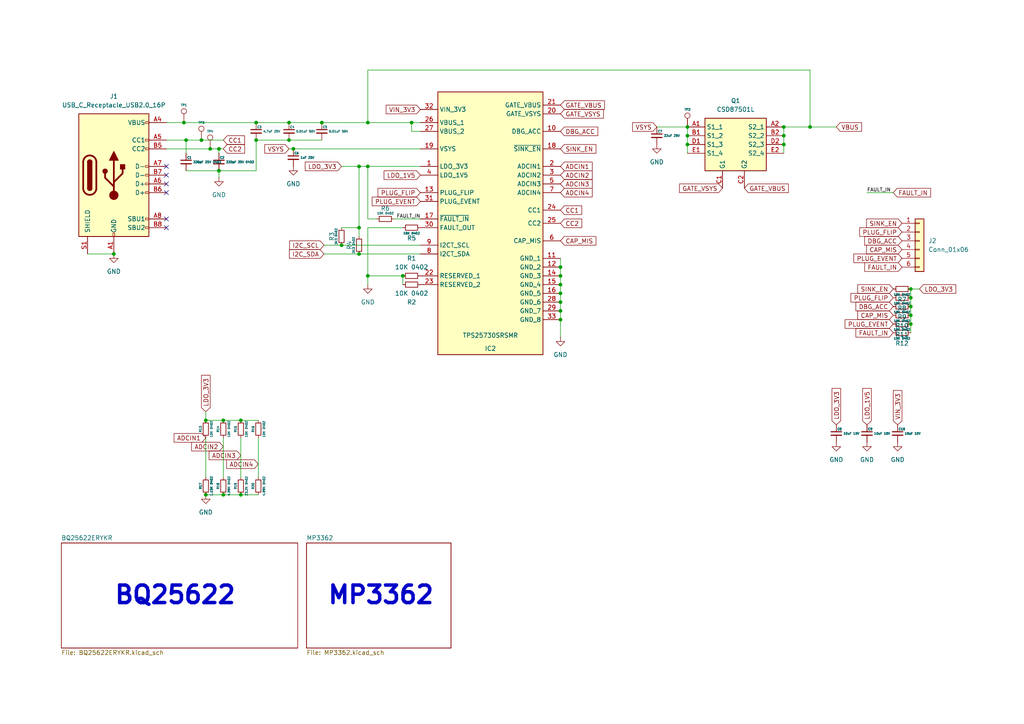
<source format=kicad_sch>
(kicad_sch (version 20231120) (generator "eeschema") (generator_version "8.0")
  (paper "A4")
  (title_block (date "2024-11-12"))
  (lib_symbols
    (symbol "CSD87501L:CSD87501L"
      (property "Reference" "Q1" (at 13.97 7.62 0))
      (property "Value" "CSD87501L" (at 13.97 5.08 0))
      (symbol "CSD87501L_1_1"
        (rectangle (start 5.08 2.54) (end 22.86 -12.7) (stroke (width 0.254)) (fill (type background)))
        (pin passive line (at 0 0 0) (length 5.08) (name "S1_1") (number "A1"))
        (pin passive line (at 27.94 0 180) (length 5.08) (name "S2_1") (number "A2"))
        (pin passive line (at 0 -2.54 0) (length 5.08) (name "S1_2") (number "B1"))
        (pin passive line (at 27.94 -2.54 180) (length 5.08) (name "S2_2") (number "B2"))
        (pin passive line (at 10.16 -17.78 90) (length 5.08) (name "G1") (number "C1"))
        (pin passive line (at 16.51 -17.78 90) (length 5.08) (name "G2") (number "C2"))
        (pin passive line (at 0 -5.08 0) (length 5.08) (name "S1_3") (number "D1"))
        (pin passive line (at 27.94 -5.08 180) (length 5.08) (name "S2_3") (number "D2"))
        (pin passive line (at 0 -7.62 0) (length 5.08) (name "S1_4") (number "E1"))
        (pin passive line (at 27.94 -7.62 180) (length 5.08) (name "S2_4") (number "E2"))
      )
    )
    (symbol "Connector:TestPoint" (pin_numbers hide) (pin_names (offset 0.762) hide)
      (property "Reference" "TP" (at 0 6.858 0))
      (property "Value" "TestPoint" (at 0 5.08 0))
      (symbol "TestPoint_0_1"
        (circle (center 0 3.302) (radius 0.762))
      )
      (symbol "TestPoint_1_1"
        (pin passive line (at 0 0 90) (length 2.54) (name "1") (number "1"))
      )
    )
    (symbol "Connector:USB_C_Receptacle_USB2.0_16P" (pin_names (offset 1.016))
      (property "Reference" "J" (at 0 22.225 0))
      (property "Value" "USB_C_Receptacle_USB2.0_16P" (at 0 19.685 0))
      (symbol "USB_C_Receptacle_USB2.0_16P_0_0"
        (rectangle (start -0.254 -17.78) (end 0.254 -16.764))
        (rectangle (start 10.16 -14.986) (end 9.144 -15.494))
        (rectangle (start 10.16 -12.446) (end 9.144 -12.954))
        (rectangle (start 10.16 -4.826) (end 9.144 -5.334))
        (rectangle (start 10.16 -2.286) (end 9.144 -2.794))
        (rectangle (start 10.16 0.254) (end 9.144 -0.254))
        (rectangle (start 10.16 2.794) (end 9.144 2.286))
        (rectangle (start 10.16 7.874) (end 9.144 7.366))
        (rectangle (start 10.16 10.414) (end 9.144 9.906))
        (rectangle (start 10.16 15.494) (end 9.144 14.986))
      )
      (symbol "USB_C_Receptacle_USB2.0_16P_0_1"
        (rectangle (start -10.16 17.78) (end 10.16 -17.78) (stroke (width 0.254)) (fill (type background)))
        (arc (start -8.89 -3.81) (mid -6.985 -5.7067) (end -5.08 -3.81) (stroke (width 0.508)))
        (arc (start -7.62 -3.81) (mid -6.985 -4.4423) (end -6.35 -3.81) (stroke (width 0.254)))
        (arc (start -7.62 -3.81) (mid -6.985 -4.4423) (end -6.35 -3.81) (stroke (width 0.254)) (fill (type outline)))
        (rectangle (start -7.62 -3.81) (end -6.35 3.81) (stroke (width 0.254)) (fill (type outline)))
        (arc (start -6.35 3.81) (mid -6.985 4.4423) (end -7.62 3.81) (stroke (width 0.254)))
        (arc (start -6.35 3.81) (mid -6.985 4.4423) (end -7.62 3.81) (stroke (width 0.254)) (fill (type outline)))
        (arc (start -5.08 3.81) (mid -6.985 5.7067) (end -8.89 3.81) (stroke (width 0.508)))
        (circle (center -2.54 1.143) (radius 0.635) (stroke (width 0.254)) (fill (type outline)))
        (circle (center 0 -5.842) (radius 1.27) (fill (type outline)))
        (polyline (pts (xy -8.89 -3.81) (xy -8.89 3.81)) (stroke (width 0.508)))
        (polyline (pts (xy -5.08 3.81) (xy -5.08 -3.81)) (stroke (width 0.508)))
        (polyline (pts (xy 0 -5.842) (xy 0 4.318)) (stroke (width 0.508)))
        (polyline (pts (xy 0 -3.302) (xy -2.54 -0.762) (xy -2.54 0.508)) (stroke (width 0.508)))
        (polyline (pts (xy 0 -2.032) (xy 2.54 0.508) (xy 2.54 1.778)) (stroke (width 0.508)))
        (polyline (pts (xy -1.27 4.318) (xy 0 6.858) (xy 1.27 4.318) (xy -1.27 4.318)) (stroke (width 0.254)) (fill (type outline)))
        (rectangle (start 1.905 1.778) (end 3.175 3.048) (stroke (width 0.254)) (fill (type outline)))
      )
      (symbol "USB_C_Receptacle_USB2.0_16P_1_1"
        (pin passive line (at 0 -22.86 90) (length 5.08) (name "GND") (number "A1"))
        (pin passive line (at 0 -22.86 90) (length 5.08) hide (name "GND") (number "A12"))
        (pin passive line (at 15.24 15.24 180) (length 5.08) (name "VBUS") (number "A4"))
        (pin bidirectional line (at 15.24 10.16 180) (length 5.08) (name "CC1") (number "A5"))
        (pin bidirectional line (at 15.24 -2.54 180) (length 5.08) (name "D+") (number "A6"))
        (pin bidirectional line (at 15.24 2.54 180) (length 5.08) (name "D-") (number "A7"))
        (pin bidirectional line (at 15.24 -12.7 180) (length 5.08) (name "SBU1") (number "A8"))
        (pin passive line (at 15.24 15.24 180) (length 5.08) hide (name "VBUS") (number "A9"))
        (pin passive line (at 0 -22.86 90) (length 5.08) hide (name "GND") (number "B1"))
        (pin passive line (at 0 -22.86 90) (length 5.08) hide (name "GND") (number "B12"))
        (pin passive line (at 15.24 15.24 180) (length 5.08) hide (name "VBUS") (number "B4"))
        (pin bidirectional line (at 15.24 7.62 180) (length 5.08) (name "CC2") (number "B5"))
        (pin bidirectional line (at 15.24 -5.08 180) (length 5.08) (name "D+") (number "B6"))
        (pin bidirectional line (at 15.24 0 180) (length 5.08) (name "D-") (number "B7"))
        (pin bidirectional line (at 15.24 -15.24 180) (length 5.08) (name "SBU2") (number "B8"))
        (pin passive line (at 15.24 15.24 180) (length 5.08) hide (name "VBUS") (number "B9"))
        (pin passive line (at -7.62 -22.86 90) (length 5.08) (name "SHIELD") (number "S1"))
      )
    )
    (symbol "Connector_Generic:Conn_01x06" (pin_names (offset 1.016) hide)
      (property "Reference" "J" (at 0 7.62 0))
      (property "Value" "Conn_01x06" (at 0 -10.16 0))
      (symbol "Conn_01x06_1_1"
        (rectangle (start -1.27 -7.493) (end 0 -7.747) (stroke (width 0.1524)))
        (rectangle (start -1.27 -4.953) (end 0 -5.207) (stroke (width 0.1524)))
        (rectangle (start -1.27 -2.413) (end 0 -2.667) (stroke (width 0.1524)))
        (rectangle (start -1.27 0.127) (end 0 -0.127) (stroke (width 0.1524)))
        (rectangle (start -1.27 2.667) (end 0 2.413) (stroke (width 0.1524)))
        (rectangle (start -1.27 5.207) (end 0 4.953) (stroke (width 0.1524)))
        (rectangle (start -1.27 6.35) (end 1.27 -8.89) (stroke (width 0.254)) (fill (type background)))
        (pin passive line (at -5.08 5.08 0) (length 3.81) (name "Pin_1") (number "1"))
        (pin passive line (at -5.08 2.54 0) (length 3.81) (name "Pin_2") (number "2"))
        (pin passive line (at -5.08 0 0) (length 3.81) (name "Pin_3") (number "3"))
        (pin passive line (at -5.08 -2.54 0) (length 3.81) (name "Pin_4") (number "4"))
        (pin passive line (at -5.08 -5.08 0) (length 3.81) (name "Pin_5") (number "5"))
        (pin passive line (at -5.08 -7.62 0) (length 3.81) (name "Pin_6") (number "6"))
      )
    )
    (symbol "Device:C_Small" (pin_numbers hide) (pin_names (offset 0.254) hide)
      (property "Reference" "C" (at 0.254 1.778 0))
      (property "Value" "C_Small" (at 0.254 -2.032 0))
      (symbol "C_Small_0_1"
        (polyline (pts (xy -1.524 -0.508) (xy 1.524 -0.508)) (stroke (width 0.3302)))
        (polyline (pts (xy -1.524 0.508) (xy 1.524 0.508)) (stroke (width 0.3048)))
      )
      (symbol "C_Small_1_1"
        (pin passive line (at 0 2.54 270) (length 2.032) (name "~") (number "1"))
        (pin passive line (at 0 -2.54 90) (length 2.032) (name "~") (number "2"))
      )
    )
    (symbol "Device:R_Small" (pin_numbers hide) (pin_names (offset 0.254) hide)
      (property "Reference" "R" (at 0.762 0.508 0))
      (property "Value" "R_Small" (at 0.762 -1.016 0))
      (symbol "R_Small_0_1"
        (rectangle (start -0.762 1.778) (end 0.762 -1.778) (stroke (width 0.2032)))
      )
      (symbol "R_Small_1_1"
        (pin passive line (at 0 2.54 270) (length 0.762) (name "~") (number "1"))
        (pin passive line (at 0 -2.54 90) (length 0.762) (name "~") (number "2"))
      )
    )
    (symbol "TPS25730SRSMR:TPS25730SRSMR"
      (property "Reference" "IC2" (at 0 -36.322 0))
      (property "Value" "TPS25730SRSMR" (at 0 -32.512 0))
      (symbol "TPS25730SRSMR_1_1"
        (rectangle (start -15.24 38.1) (end 15.24 -38.1) (stroke (width 0.254)) (fill (type background)))
        (pin passive line (at -20.32 16.51 0) (length 5.08) (name "LDO_3V3") (number "1"))
        (pin passive line (at 20.32 26.67 180) (length 5.08) (name "DBG_ACC") (number "10"))
        (pin passive line (at 20.32 -10.16 180) (length 5.08) (name "GND_1") (number "11"))
        (pin passive line (at 20.32 -12.7 180) (length 5.08) (name "GND_2") (number "12"))
        (pin passive line (at -20.32 8.89 0) (length 5.08) (name "PLUG_FLIP") (number "13"))
        (pin passive line (at 20.32 -15.24 180) (length 5.08) (name "GND_3") (number "14"))
        (pin passive line (at 20.32 -17.78 180) (length 5.08) (name "GND_4") (number "15"))
        (pin passive line (at 20.32 -20.32 180) (length 5.08) (name "GND_5") (number "16"))
        (pin passive line (at -20.32 1.27 0) (length 5.08) (name "~{FAULT_IN}") (number "17"))
        (pin passive line (at 20.32 21.59 180) (length 5.08) (name "~{SINK_EN}") (number "18"))
        (pin passive line (at -20.32 21.59 0) (length 5.08) (name "VSYS") (number "19"))
        (pin passive line (at 20.32 16.51 180) (length 5.08) (name "ADCIN1") (number "2"))
        (pin passive line (at 20.32 31.75 180) (length 5.08) (name "GATE_VSYS") (number "20"))
        (pin passive line (at 20.32 34.29 180) (length 5.08) (name "GATE_VBUS") (number "21"))
        (pin passive line (at -20.32 -15.24 0) (length 5.08) (name "RESERVED_1") (number "22"))
        (pin passive line (at -20.32 -17.78 0) (length 5.08) (name "RESERVED_2") (number "23"))
        (pin passive line (at 20.32 3.81 180) (length 5.08) (name "CC1") (number "24"))
        (pin passive line (at 20.32 0 180) (length 5.08) (name "CC2") (number "25"))
        (pin passive line (at -20.32 29.21 0) (length 5.08) (name "VBUS_1") (number "26"))
        (pin passive line (at -20.32 26.67 0) (length 5.08) (name "VBUS_2") (number "27"))
        (pin passive line (at 20.32 -22.86 180) (length 5.08) (name "GND_6") (number "28"))
        (pin passive line (at 20.32 -25.4 180) (length 5.08) (name "GND_7") (number "29"))
        (pin passive line (at 20.32 13.97 180) (length 5.08) (name "ADCIN2") (number "3"))
        (pin passive line (at -20.32 -1.27 0) (length 5.08) (name "FAULT_OUT") (number "30"))
        (pin passive line (at -20.32 6.35 0) (length 5.08) (name "PLUG_EVENT") (number "31"))
        (pin passive line (at -20.32 33.02 0) (length 5.08) (name "VIN_3V3") (number "32"))
        (pin passive line (at 20.32 -27.94 180) (length 5.08) (name "GND_8") (number "33"))
        (pin passive line (at -20.32 13.97 0) (length 5.08) (name "LDO_1V5") (number "4"))
        (pin passive line (at 20.32 11.43 180) (length 5.08) (name "ADCIN3") (number "5"))
        (pin passive line (at 20.32 -5.08 180) (length 5.08) (name "CAP_MIS") (number "6"))
        (pin passive line (at 20.32 8.89 180) (length 5.08) (name "ADCIN4") (number "7"))
        (pin passive line (at -20.32 -8.89 0) (length 5.08) (name "I2CT_SDA") (number "8"))
        (pin passive line (at -20.32 -6.35 0) (length 5.08) (name "I2CT_SCL") (number "9"))
      )
    )
    (symbol "power:GND" (power) (pin_numbers hide) (pin_names (offset 0) hide)
      (property "Value" "GND" (at 0 -3.81 0))
      (symbol "GND_0_1"
        (polyline (pts (xy 0 0) (xy 0 -1.27) (xy 1.27 -1.27) (xy 0 -2.54) (xy -1.27 -1.27) (xy 0 -1.27)))
      )
      (symbol "GND_1_1"
        (pin power_in line (at 0 0 270) (length 0) (name "~") (number "1"))
      )
    )
  )
  (junction (at 74.295 40.64))
  (junction (at 119.38 35.56))
  (junction (at 64.77 121.92))
  (junction (at 264.16 86.36))
  (junction (at 162.56 92.71))
  (junction (at 85.09 43.18))
  (junction (at 60.96 43.18))
  (junction (at 104.14 48.26))
  (junction (at 63.5 43.18))
  (junction (at 199.39 41.91))
  (junction (at 69.85 121.92))
  (junction (at 227.33 36.83))
  (junction (at 59.69 121.92))
  (junction (at 264.16 88.9))
  (junction (at 69.85 143.51))
  (junction (at 64.77 143.51))
  (junction (at 83.82 35.56))
  (junction (at 33.02 73.66))
  (junction (at 234.95 36.83))
  (junction (at 93.345 35.56))
  (junction (at 264.16 91.44))
  (junction (at 106.68 48.26))
  (junction (at 53.975 40.64))
  (junction (at 227.33 39.37))
  (junction (at 58.42 40.64))
  (junction (at 104.14 66.04))
  (junction (at 227.33 41.91))
  (junction (at 199.39 39.37))
  (junction (at 162.56 77.47))
  (junction (at 264.16 83.82))
  (junction (at 199.39 36.83))
  (junction (at 162.56 85.09))
  (junction (at 264.16 93.98))
  (junction (at 162.56 90.17))
  (junction (at 74.295 35.56))
  (junction (at 53.34 35.56))
  (junction (at 106.68 35.56))
  (junction (at 162.56 82.55))
  (junction (at 99.06 71.12))
  (junction (at 63.5 49.53))
  (junction (at 104.14 73.66))
  (junction (at 116.84 80.01))
  (junction (at 106.68 80.01))
  (junction (at 162.56 87.63))
  (junction (at 59.69 143.51))
  (junction (at 83.82 40.64))
  (junction (at 162.56 80.01))
  (no_connect (at 48.26 53.34))
  (no_connect (at 48.26 50.8))
  (no_connect (at 48.26 55.88))
  (no_connect (at 48.26 66.04))
  (no_connect (at 48.26 63.5))
  (no_connect (at 48.26 48.26))
  (wire (pts (xy 227.33 41.91) (xy 227.33 39.37)))
  (wire (pts (xy 227.33 44.45) (xy 227.33 41.91)))
  (wire (pts (xy 116.84 66.04) (xy 106.68 66.04)))
  (wire (pts (xy 104.14 66.04) (xy 99.06 66.04)))
  (wire (pts (xy 99.06 71.12) (xy 121.92 71.12)))
  (wire (pts (xy 104.14 48.26) (xy 106.68 48.26)))
  (wire (pts (xy 59.69 143.51) (xy 64.77 143.51)))
  (wire (pts (xy 63.5 43.18) (xy 63.5 44.45)))
  (wire (pts (xy 162.56 80.01) (xy 162.56 77.47)))
  (wire (pts (xy 227.33 39.37) (xy 227.33 36.83)))
  (wire (pts (xy 69.85 127) (xy 69.85 138.43)))
  (wire (pts (xy 104.14 68.58) (xy 104.14 66.04)))
  (wire (pts (xy 64.77 43.18) (xy 63.5 43.18)))
  (wire (pts (xy 104.14 48.26) (xy 104.14 66.04)))
  (wire (pts (xy 199.39 41.91) (xy 199.39 44.45)))
  (wire (pts (xy 199.39 36.83) (xy 199.39 39.37)))
  (wire (pts (xy 48.26 43.18) (xy 60.96 43.18)))
  (wire (pts (xy 114.3 63.5) (xy 121.92 63.5)))
  (wire (pts (xy 162.56 77.47) (xy 162.56 74.93)))
  (wire (pts (xy 162.56 92.71) (xy 162.56 90.17)))
  (wire (pts (xy 106.68 80.01) (xy 106.68 82.55)))
  (wire (pts (xy 60.96 43.18) (xy 63.5 43.18)))
  (wire (pts (xy 190.5 36.83) (xy 199.39 36.83)))
  (wire (pts (xy 53.975 40.64) (xy 53.975 44.45)))
  (wire (pts (xy 199.39 39.37) (xy 199.39 41.91)))
  (wire (pts (xy 234.95 20.32) (xy 234.95 36.83)))
  (wire (pts (xy 74.295 35.56) (xy 83.82 35.56)))
  (wire (pts (xy 64.77 121.92) (xy 59.69 121.92)))
  (wire (pts (xy 58.42 40.64) (xy 53.975 40.64)))
  (wire (pts (xy 116.84 80.01) (xy 116.84 82.55)))
  (wire (pts (xy 83.82 43.18) (xy 85.09 43.18)))
  (wire (pts (xy 93.345 35.56) (xy 106.68 35.56)))
  (wire (pts (xy 251.46 55.88) (xy 259.08 55.88)))
  (wire (pts (xy 106.68 66.04) (xy 106.68 80.01)))
  (wire (pts (xy 162.56 90.17) (xy 162.56 87.63)))
  (wire (pts (xy 93.98 73.66) (xy 104.14 73.66)))
  (wire (pts (xy 93.98 71.12) (xy 99.06 71.12)))
  (wire (pts (xy 264.16 88.9) (xy 264.16 86.36)))
  (wire (pts (xy 264.16 93.98) (xy 264.16 91.44)))
  (wire (pts (xy 59.69 138.43) (xy 59.69 127)))
  (wire (pts (xy 121.92 38.1) (xy 119.38 38.1)))
  (wire (pts (xy 106.68 35.56) (xy 106.68 20.32)))
  (wire (pts (xy 106.68 20.32) (xy 234.95 20.32)))
  (wire (pts (xy 83.82 35.56) (xy 93.345 35.56)))
  (wire (pts (xy 162.56 97.79) (xy 162.56 92.71)))
  (wire (pts (xy 227.33 36.83) (xy 234.95 36.83)))
  (wire (pts (xy 63.5 49.53) (xy 74.295 49.53)))
  (wire (pts (xy 264.16 91.44) (xy 264.16 88.9)))
  (wire (pts (xy 64.77 127) (xy 64.77 138.43)))
  (wire (pts (xy 109.22 63.5) (xy 106.68 63.5)))
  (wire (pts (xy 48.26 35.56) (xy 53.34 35.56)))
  (wire (pts (xy 119.38 38.1) (xy 119.38 35.56)))
  (wire (pts (xy 74.93 121.92) (xy 69.85 121.92)))
  (wire (pts (xy 69.85 143.51) (xy 74.93 143.51)))
  (wire (pts (xy 33.02 73.66) (xy 25.4 73.66)))
  (wire (pts (xy 99.06 48.26) (xy 104.14 48.26)))
  (wire (pts (xy 59.69 121.92) (xy 59.69 119.38)))
  (wire (pts (xy 162.56 82.55) (xy 162.56 80.01)))
  (wire (pts (xy 234.95 36.83) (xy 242.57 36.83)))
  (wire (pts (xy 53.34 35.56) (xy 74.295 35.56)))
  (wire (pts (xy 106.68 48.26) (xy 121.92 48.26)))
  (wire (pts (xy 74.295 40.64) (xy 83.82 40.64)))
  (wire (pts (xy 106.68 48.26) (xy 106.68 63.5)))
  (wire (pts (xy 85.09 43.18) (xy 121.92 43.18)))
  (wire (pts (xy 74.93 127) (xy 74.93 138.43)))
  (wire (pts (xy 74.295 49.53) (xy 74.295 40.64)))
  (wire (pts (xy 119.38 35.56) (xy 121.92 35.56)))
  (wire (pts (xy 162.56 85.09) (xy 162.56 82.55)))
  (wire (pts (xy 106.68 35.56) (xy 119.38 35.56)))
  (wire (pts (xy 106.68 80.01) (xy 116.84 80.01)))
  (wire (pts (xy 264.16 86.36) (xy 264.16 83.82)))
  (wire (pts (xy 264.16 96.52) (xy 264.16 93.98)))
  (wire (pts (xy 64.77 40.64) (xy 58.42 40.64)))
  (wire (pts (xy 48.26 40.64) (xy 53.975 40.64)))
  (wire (pts (xy 266.7 83.82) (xy 264.16 83.82)))
  (wire (pts (xy 104.14 73.66) (xy 121.92 73.66)))
  (wire (pts (xy 83.82 40.64) (xy 93.345 40.64)))
  (wire (pts (xy 69.85 121.92) (xy 64.77 121.92)))
  (wire (pts (xy 64.77 143.51) (xy 69.85 143.51)))
  (wire (pts (xy 162.56 87.63) (xy 162.56 85.09)))
  (wire (pts (xy 63.5 49.53) (xy 53.975 49.53)))
  (wire (pts (xy 63.5 51.435) (xy 63.5 49.53)))
  (text "MP3362" (at 110.49 172.72 0) (effects (font (size 5.08 5.08) (thickness 1.016) (bold yes))))
  (text "BQ25622" (at 50.8 172.72 0) (effects (font (size 5.08 5.08) (thickness 1.016) (bold yes))))
  (label "FAULT_IN" (at 121.92 63.5 180) (effects (font (size 1.016 1.016))))
  (label "FAULT_IN" (at 251.46 55.88 0) (effects (font (size 1.016 1.016))))
  (global_label "PLUG_FLIP" (shape input) (at 261.62 67.31 180) (property "Intersheetrefs" "${INTERSHEET_REFS}" (effects (hide yes))))
  (global_label "GATE_VSYS" (shape input) (at 162.56 33.02 0) (property "Intersheetrefs" "${INTERSHEET_REFS}" (effects (hide yes))))
  (global_label "CAP_MIS" (shape input) (at 261.62 72.39 180) (property "Intersheetrefs" "${INTERSHEET_REFS}" (effects (hide yes))))
  (global_label "GATE_VBUS" (shape input) (at 215.9 54.61 0) (property "Intersheetrefs" "${INTERSHEET_REFS}" (effects (hide yes))))
  (global_label "LDO_3V3" (shape input) (at 99.06 48.26 180) (property "Intersheetrefs" "${INTERSHEET_REFS}" (effects (hide yes))))
  (global_label "PLUG_EVENT" (shape input) (at 121.92 58.42 180) (property "Intersheetrefs" "${INTERSHEET_REFS}" (effects (hide yes))))
  (global_label "I2C_SDA" (shape input) (at 93.98 73.66 180) (property "Intersheetrefs" "${INTERSHEET_REFS}" (effects (hide yes))))
  (global_label "ADCIN1" (shape input) (at 59.69 127 180) (property "Intersheetrefs" "${INTERSHEET_REFS}" (effects (hide yes))))
  (global_label "LDO_1V5" (shape input) (at 121.92 50.8 180) (property "Intersheetrefs" "${INTERSHEET_REFS}" (effects (hide yes))))
  (global_label "ADCIN2" (shape input) (at 162.56 50.8 0) (property "Intersheetrefs" "${INTERSHEET_REFS}" (effects (hide yes))))
  (global_label "FAULT_IN" (shape input) (at 259.08 96.52 180) (property "Intersheetrefs" "${INTERSHEET_REFS}" (effects (hide yes))))
  (global_label "DBG_ACC" (shape input) (at 261.62 69.85 180) (property "Intersheetrefs" "${INTERSHEET_REFS}" (effects (hide yes))))
  (global_label "VSYS" (shape input) (at 83.82 43.18 180) (property "Intersheetrefs" "${INTERSHEET_REFS}" (effects (hide yes))))
  (global_label "CAP_MIS" (shape input) (at 259.08 91.44 180) (property "Intersheetrefs" "${INTERSHEET_REFS}" (effects (hide yes))))
  (global_label "DBG_ACC" (shape input) (at 162.56 38.1 0) (property "Intersheetrefs" "${INTERSHEET_REFS}" (effects (hide yes))))
  (global_label "LDO_3V3" (shape input) (at 266.7 83.82 0) (property "Intersheetrefs" "${INTERSHEET_REFS}" (effects (hide yes))))
  (global_label "ADCIN4" (shape input) (at 74.93 134.62 180) (property "Intersheetrefs" "${INTERSHEET_REFS}" (effects (hide yes))))
  (global_label "VBUS" (shape input) (at 242.57 36.83 0) (property "Intersheetrefs" "${INTERSHEET_REFS}" (effects (hide yes))))
  (global_label "VIN_3V3" (shape input) (at 121.92 31.75 180) (property "Intersheetrefs" "${INTERSHEET_REFS}" (effects (hide yes))))
  (global_label "VIN_3V3" (shape input) (at 260.35 123.19 90) (property "Intersheetrefs" "${INTERSHEET_REFS}" (effects (hide yes))))
  (global_label "SINK_EN" (shape input) (at 259.08 83.82 180) (property "Intersheetrefs" "${INTERSHEET_REFS}" (effects (hide yes))))
  (global_label "SINK_EN" (shape input) (at 261.62 64.77 180) (property "Intersheetrefs" "${INTERSHEET_REFS}" (effects (hide yes))))
  (global_label "DBG_ACC" (shape input) (at 259.08 88.9 180) (property "Intersheetrefs" "${INTERSHEET_REFS}" (effects (hide yes))))
  (global_label "CC1" (shape input) (at 162.56 60.96 0) (property "Intersheetrefs" "${INTERSHEET_REFS}" (effects (hide yes))))
  (global_label "GATE_VSYS" (shape input) (at 209.55 54.61 180) (property "Intersheetrefs" "${INTERSHEET_REFS}" (effects (hide yes))))
  (global_label "LDO_1V5" (shape input) (at 251.46 123.19 90) (property "Intersheetrefs" "${INTERSHEET_REFS}" (effects (hide yes))))
  (global_label "FAULT_IN" (shape input) (at 259.08 55.88 0) (property "Intersheetrefs" "${INTERSHEET_REFS}" (effects (hide yes))))
  (global_label "PLUG_FLIP" (shape input) (at 121.92 55.88 180) (property "Intersheetrefs" "${INTERSHEET_REFS}" (effects (hide yes))))
  (global_label "ADCIN2" (shape input) (at 64.77 129.54 180) (property "Intersheetrefs" "${INTERSHEET_REFS}" (effects (hide yes))))
  (global_label "ADCIN4" (shape input) (at 162.56 55.88 0) (property "Intersheetrefs" "${INTERSHEET_REFS}" (effects (hide yes))))
  (global_label "PLUG_FLIP" (shape input) (at 259.08 86.36 180) (property "Intersheetrefs" "${INTERSHEET_REFS}" (effects (hide yes))))
  (global_label "ADCIN1" (shape input) (at 162.56 48.26 0) (property "Intersheetrefs" "${INTERSHEET_REFS}" (effects (hide yes))))
  (global_label "ADCIN3" (shape input) (at 69.85 132.08 180) (property "Intersheetrefs" "${INTERSHEET_REFS}" (effects (hide yes))))
  (global_label "ADCIN3" (shape input) (at 162.56 53.34 0) (property "Intersheetrefs" "${INTERSHEET_REFS}" (effects (hide yes))))
  (global_label "I2C_SCL" (shape input) (at 93.98 71.12 180) (property "Intersheetrefs" "${INTERSHEET_REFS}" (effects (hide yes))))
  (global_label "CAP_MIS" (shape input) (at 162.56 69.85 0) (property "Intersheetrefs" "${INTERSHEET_REFS}" (effects (hide yes))))
  (global_label "LDO_3V3" (shape input) (at 242.57 123.19 90) (property "Intersheetrefs" "${INTERSHEET_REFS}" (effects (hide yes))))
  (global_label "FAULT_IN" (shape input) (at 261.62 77.47 180) (property "Intersheetrefs" "${INTERSHEET_REFS}" (effects (hide yes))))
  (global_label "VSYS" (shape input) (at 190.5 36.83 180) (property "Intersheetrefs" "${INTERSHEET_REFS}" (effects (hide yes))))
  (global_label "GATE_VBUS" (shape input) (at 162.56 30.48 0) (property "Intersheetrefs" "${INTERSHEET_REFS}" (effects (hide yes))))
  (global_label "LDO_3V3" (shape input) (at 59.69 119.38 90) (property "Intersheetrefs" "${INTERSHEET_REFS}" (effects (hide yes))))
  (global_label "CC2" (shape input) (at 64.77 43.18 0) (property "Intersheetrefs" "${INTERSHEET_REFS}" (effects (hide yes))))
  (global_label "PLUG_EVENT" (shape input) (at 261.62 74.93 180) (property "Intersheetrefs" "${INTERSHEET_REFS}" (effects (hide yes))))
  (global_label "PLUG_EVENT" (shape input) (at 259.08 93.98 180) (property "Intersheetrefs" "${INTERSHEET_REFS}" (effects (hide yes))))
  (global_label "SINK_EN" (shape input) (at 162.56 43.18 0) (property "Intersheetrefs" "${INTERSHEET_REFS}" (effects (hide yes))))
  (global_label "CC1" (shape input) (at 64.77 40.64 0) (property "Intersheetrefs" "${INTERSHEET_REFS}" (effects (hide yes))))
  (global_label "CC2" (shape input) (at 162.56 64.77 0) (property "Intersheetrefs" "${INTERSHEET_REFS}" (effects (hide yes))))
  (symbol (lib_id "Device:R_Small") (at 261.62 83.82 270) (unit 1)
    (property "Reference" "R7" (at 261.62 86.868 90))
    (property "Value" "10K 0402" (at 261.62 85.09 90) (effects (font (size 0.635 0.635)) (justify top)))
    (property "Footprint" "Resistor_SMD:R_0402_1005Metric" (effects (hide yes)))
    (property "Description" "Resistor, small symbol" (effects (hide yes)))
  )
  (symbol (lib_id "Device:R_Small") (at 261.62 86.36 270) (unit 1)
    (property "Reference" "R8" (at 261.62 89.408 90))
    (property "Value" "10K 0402" (at 261.62 87.63 90) (effects (font (size 0.635 0.635)) (justify top)))
    (property "Footprint" "Resistor_SMD:R_0402_1005Metric" (effects (hide yes)))
    (property "Description" "Resistor, small symbol" (effects (hide yes)))
  )
  (symbol (lib_id "Device:R_Small") (at 261.62 88.9 270) (unit 1)
    (property "Reference" "R9" (at 261.62 91.948 90))
    (property "Value" "10K 0402" (at 261.62 90.17 90) (effects (font (size 0.635 0.635)) (justify top)))
    (property "Footprint" "Resistor_SMD:R_0402_1005Metric" (effects (hide yes)))
    (property "Description" "Resistor, small symbol" (effects (hide yes)))
  )
  (symbol (lib_id "Device:R_Small") (at 99.06 68.58 180) (unit 1)
    (property "Reference" "R3" (at 96.266 68.58 90))
    (property "Value" "3K3 0402" (at 97.155 68.58 90) (effects (font (size 0.635 0.635)) (justify bottom)))
    (property "Footprint" "Resistor_SMD:R_0402_1005Metric" (effects (hide yes)))
    (property "Description" "Resistor, small symbol" (effects (hide yes)))
  )
  (symbol (lib_id "Device:R_Small") (at 74.93 124.46 0) (mirror x) (unit 1)
    (property "Reference" "R16" (at 73.406 124.46 90) (effects (font (size 0.635 0.635))))
    (property "Value" "10K 0402" (at 76.2 124.46 90) (effects (font (size 0.635 0.635)) (justify top)))
    (property "Footprint" "Resistor_SMD:R_0402_1005Metric" (effects (hide yes)))
    (property "Description" "Resistor, small symbol" (effects (hide yes)))
  )
  (symbol (lib_id "power:GND") (at 251.46 128.27 0) (unit 1)
    (property "Reference" "#PWR08" (effects (hide yes)))
    (property "Value" "GND" (at 251.46 133.35 0))
    (property "Description" "Power symbol creates a global label with name \"GND\" , ground" (effects (hide yes)))
  )
  (symbol (lib_id "Device:C_Small") (at 85.09 45.72 0) (unit 1)
    (property "Reference" "C6" (at 85.344 44.45 0) (effects (font (size 0.635 0.635)) (justify left)))
    (property "Value" "1uF 25V" (at 87.122 45.72 0) (effects (font (size 0.635 0.635)) (justify left)))
    (property "Footprint" "Capacitor_SMD:C_0402_1005Metric" (effects (hide yes)))
    (property "Description" "Unpolarized capacitor, small symbol" (effects (hide yes)))
  )
  (symbol (lib_id "Device:R_Small") (at 261.62 91.44 270) (unit 1)
    (property "Reference" "R10" (at 261.62 94.488 90))
    (property "Value" "10K 0402" (at 261.62 92.71 90) (effects (font (size 0.635 0.635)) (justify top)))
    (property "Footprint" "Resistor_SMD:R_0402_1005Metric" (effects (hide yes)))
    (property "Description" "Resistor, small symbol" (effects (hide yes)))
  )
  (symbol (lib_id "Device:C_Small") (at 83.82 38.1 0) (unit 1)
    (property "Reference" "C4" (at 84.074 36.83 0) (effects (font (size 0.635 0.635)) (justify left)))
    (property "Value" "0.01uF 50V" (at 85.852 38.1 0) (effects (font (size 0.635 0.635)) (justify left)))
    (property "Footprint" "Capacitor_SMD:C_0402_1005Metric" (effects (hide yes)))
    (property "Description" "Unpolarized capacitor, small symbol" (effects (hide yes)))
  )
  (symbol (lib_id "power:GND") (at 242.57 128.27 0) (unit 1)
    (property "Reference" "#PWR07" (effects (hide yes)))
    (property "Value" "GND" (at 242.57 133.35 0))
    (property "Description" "Power symbol creates a global label with name \"GND\" , ground" (effects (hide yes)))
  )
  (symbol (lib_id "Device:R_Small") (at 69.85 124.46 0) (mirror x) (unit 1)
    (property "Reference" "R15" (at 68.326 124.46 90) (effects (font (size 0.635 0.635))))
    (property "Value" "10K 0402" (at 71.12 124.46 90) (effects (font (size 0.635 0.635)) (justify top)))
    (property "Footprint" "Resistor_SMD:R_0402_1005Metric" (effects (hide yes)))
    (property "Description" "Resistor, small symbol" (effects (hide yes)))
  )
  (symbol (lib_id "TPS25730SRSMR:TPS25730SRSMR") (at 142.24 64.77 0) (unit 1)
    (property "Reference" "IC2" (at 142.24 101.092 0))
    (property "Value" "TPS25730SRSMR" (at 142.24 97.282 0))
    (property "Footprint" "TPS25730:QFN40P400X400X100-33N-D" (effects (hide yes)))
    (property "Datasheet" "https://www.ti.com/lit/gpn/tps25730" (effects (hide yes)))
    (property "Description" "USB Interface IC TPS25730SRSMR SARUMAN BG" (effects (hide yes)))
    (property "Height" "1" (effects (hide yes)))
    (property "Mouser Part Number" "595-TPS25730SRSMR" (effects (hide yes)))
    (property "Mouser Price/Stock" "https://www.mouser.co.uk/ProductDetail/Texas-Instruments/TPS25730SRSMR?qs=Z%252BL2brAPG1I6BwfkKI1wWQ%3D%3D" (effects (hide yes)))
    (property "Manufacturer_Name" "Texas Instruments" (effects (hide yes)))
    (property "Manufacturer_Part_Number" "TPS25730SRSMR" (effects (hide yes)))
  )
  (symbol (lib_id "power:GND") (at 63.5 51.435 0) (unit 1)
    (property "Reference" "#PWR02" (effects (hide yes)))
    (property "Value" "GND" (at 63.5 56.515 0))
    (property "Description" "Power symbol creates a global label with name \"GND\" , ground" (effects (hide yes)))
  )
  (symbol (lib_id "power:GND") (at 85.09 48.26 0) (unit 1)
    (property "Reference" "#PWR03" (effects (hide yes)))
    (property "Value" "GND" (at 85.09 53.34 0))
    (property "Description" "Power symbol creates a global label with name \"GND\" , ground" (effects (hide yes)))
  )
  (symbol (lib_id "Device:R_Small") (at 74.93 140.97 0) (mirror x) (unit 1)
    (property "Reference" "R20" (at 73.406 140.97 90) (effects (font (size 0.635 0.635))))
    (property "Value" "4.99K 0402" (at 76.2 140.97 90) (effects (font (size 0.635 0.635)) (justify top)))
    (property "Footprint" "Resistor_SMD:R_0402_1005Metric" (effects (hide yes)))
    (property "Description" "Resistor, small symbol" (effects (hide yes)))
  )
  (symbol (lib_id "Device:C_Small") (at 190.5 39.37 0) (unit 1)
    (property "Reference" "C7" (at 190.754 38.1 0) (effects (font (size 0.635 0.635)) (justify left)))
    (property "Value" "22uF 25V" (at 192.532 39.37 0) (effects (font (size 0.635 0.635)) (justify left)))
    (property "Footprint" "Capacitor_SMD:C_0402_1005Metric" (effects (hide yes)))
    (property "Description" "Unpolarized capacitor, small symbol" (effects (hide yes)))
  )
  (symbol (lib_id "Device:C_Small") (at 242.57 125.73 0) (unit 1)
    (property "Reference" "C8" (at 242.824 124.46 0) (effects (font (size 0.635 0.635)) (justify left)))
    (property "Value" "10uF 10V" (at 244.602 125.73 0) (effects (font (size 0.635 0.635)) (justify left)))
    (property "Footprint" "Capacitor_SMD:C_0402_1005Metric" (effects (hide yes)))
    (property "Description" "Unpolarized capacitor, small symbol" (effects (hide yes)))
  )
  (symbol (lib_id "Connector_Generic:Conn_01x06") (at 266.7 69.85 0) (unit 1)
    (property "Reference" "J2" (at 269.24 69.8499 0) (effects (justify left)))
    (property "Value" "Conn_01x06" (at 269.24 72.3899 0) (effects (justify left)))
    (property "Footprint" "Connector_PinHeader_2.54mm:PinHeader_1x06_P2.54mm_Vertical" (effects (hide yes)))
    (property "Description" "Generic connector, single row, 01x06, script generated (kicad-library-utils/schlib/autogen/connector/)" (effects (hide yes)))
  )
  (symbol (lib_id "power:GND") (at 190.5 41.91 0) (unit 1)
    (property "Reference" "#PWR06" (effects (hide yes)))
    (property "Value" "GND" (at 190.5 46.99 0))
    (property "Description" "Power symbol creates a global label with name \"GND\" , ground" (effects (hide yes)))
  )
  (symbol (lib_id "Device:R_Small") (at 64.77 140.97 0) (mirror x) (unit 1)
    (property "Reference" "R18" (at 63.246 140.97 90) (effects (font (size 0.635 0.635))))
    (property "Value" "4.99K 0402" (at 66.04 140.97 90) (effects (font (size 0.635 0.635)) (justify top)))
    (property "Footprint" "Resistor_SMD:R_0402_1005Metric" (effects (hide yes)))
    (property "Description" "Resistor, small symbol" (effects (hide yes)))
  )
  (symbol (lib_id "Device:C_Small") (at 53.975 46.99 0) (unit 1)
    (property "Reference" "C1" (at 54.229 45.72 0) (effects (font (size 0.635 0.635)) (justify left)))
    (property "Value" "330pF 25V 0402" (at 56.007 46.99 0) (effects (font (size 0.635 0.635)) (justify left)))
    (property "Footprint" "Capacitor_SMD:C_0402_1005Metric" (effects (hide yes)))
    (property "Description" "Unpolarized capacitor, small symbol" (effects (hide yes)))
  )
  (symbol (lib_id "Connector:TestPoint") (at 58.42 40.64 0) (unit 1)
    (property "Reference" "TP3" (at 58.42 35.56 0) (effects (font (size 0.635 0.635))))
    (property "Value" "TestPoint" (effects (hide yes)))
    (property "Footprint" "TestPoint:TestPoint_Pad_D1.0mm" (effects (hide yes)))
    (property "Description" "test point" (effects (hide yes)))
  )
  (symbol (lib_id "Device:R_Small") (at 59.69 124.46 0) (mirror x) (unit 1)
    (property "Reference" "R13" (at 58.166 124.46 90) (effects (font (size 0.635 0.635))))
    (property "Value" "10K 0402" (at 60.96 124.46 90) (effects (font (size 0.635 0.635)) (justify top)))
    (property "Footprint" "Resistor_SMD:R_0402_1005Metric" (effects (hide yes)))
    (property "Description" "Resistor, small symbol" (effects (hide yes)))
  )
  (symbol (lib_id "Device:R_Small") (at 69.85 140.97 0) (mirror x) (unit 1)
    (property "Reference" "R19" (at 68.326 140.97 90) (effects (font (size 0.635 0.635))))
    (property "Value" "23.2K 0402" (at 71.12 140.97 90) (effects (font (size 0.635 0.635)) (justify top)))
    (property "Footprint" "Resistor_SMD:R_0402_1005Metric" (effects (hide yes)))
    (property "Description" "Resistor, small symbol" (effects (hide yes)))
  )
  (symbol (lib_id "power:GND") (at 106.68 82.55 0) (unit 1)
    (property "Reference" "#PWR05" (effects (hide yes)))
    (property "Value" "GND" (at 106.68 87.63 0))
    (property "Description" "Power symbol creates a global label with name \"GND\" , ground" (effects (hide yes)))
  )
  (symbol (lib_id "power:GND") (at 59.69 143.51 0) (unit 1)
    (property "Reference" "#PWR010" (effects (hide yes)))
    (property "Value" "GND" (at 59.69 148.59 0))
    (property "Description" "Power symbol creates a global label with name \"GND\" , ground" (effects (hide yes)))
  )
  (symbol (lib_id "Device:R_Small") (at 261.62 96.52 270) (unit 1)
    (property "Reference" "R12" (at 261.62 99.568 90))
    (property "Value" "10K 0402" (at 261.62 97.79 90) (effects (font (size 0.635 0.635)) (justify top)))
    (property "Footprint" "Resistor_SMD:R_0402_1005Metric" (effects (hide yes)))
    (property "Description" "Resistor, small symbol" (effects (hide yes)))
  )
  (symbol (lib_id "power:GND") (at 162.56 97.79 0) (unit 1)
    (property "Reference" "#PWR04" (effects (hide yes)))
    (property "Value" "GND" (at 162.56 102.87 0))
    (property "Description" "Power symbol creates a global label with name \"GND\" , ground" (effects (hide yes)))
  )
  (symbol (lib_id "Connector:TestPoint") (at 199.39 36.83 0) (unit 1)
    (property "Reference" "TP2" (at 199.39 31.75 0) (effects (font (size 0.635 0.635))))
    (property "Value" "TestPoint" (effects (hide yes)))
    (property "Footprint" "TestPoint:TestPoint_Pad_D1.0mm" (effects (hide yes)))
    (property "Description" "test point" (effects (hide yes)))
  )
  (symbol (lib_id "power:GND") (at 260.35 128.27 0) (unit 1)
    (property "Reference" "#PWR09" (effects (hide yes)))
    (property "Value" "GND" (at 260.35 133.35 0))
    (property "Description" "Power symbol creates a global label with name \"GND\" , ground" (effects (hide yes)))
  )
  (symbol (lib_id "Device:R_Small") (at 119.38 66.04 90) (mirror x) (unit 1)
    (property "Reference" "R5" (at 119.38 69.088 90))
    (property "Value" "10K 0402" (at 119.38 67.31 90) (effects (font (size 0.635 0.635)) (justify top)))
    (property "Footprint" "Resistor_SMD:R_0402_1005Metric" (effects (hide yes)))
    (property "Description" "Resistor, small symbol" (effects (hide yes)))
  )
  (symbol (lib_id "Device:C_Small") (at 251.46 125.73 0) (unit 1)
    (property "Reference" "C9" (at 251.714 124.46 0) (effects (font (size 0.635 0.635)) (justify left)))
    (property "Value" "10uF 10V" (at 253.492 125.73 0) (effects (font (size 0.635 0.635)) (justify left)))
    (property "Footprint" "Capacitor_SMD:C_0402_1005Metric" (effects (hide yes)))
    (property "Description" "Unpolarized capacitor, small symbol" (effects (hide yes)))
  )
  (symbol (lib_id "Device:C_Small") (at 93.345 38.1 0) (unit 1)
    (property "Reference" "C5" (at 93.599 36.83 0) (effects (font (size 0.635 0.635)) (justify left)))
    (property "Value" "0.01uF 50V" (at 95.377 38.1 0) (effects (font (size 0.635 0.635)) (justify left)))
    (property "Footprint" "Capacitor_SMD:C_0402_1005Metric" (effects (hide yes)))
    (property "Description" "Unpolarized capacitor, small symbol" (effects (hide yes)))
  )
  (symbol (lib_id "Device:C_Small") (at 74.295 38.1 0) (unit 1)
    (property "Reference" "C3" (at 74.549 36.83 0) (effects (font (size 0.635 0.635)) (justify left)))
    (property "Value" "4.7uF 25V" (at 76.327 38.1 0) (effects (font (size 0.635 0.635)) (justify left)))
    (property "Footprint" "Capacitor_SMD:C_0402_1005Metric" (effects (hide yes)))
    (property "Description" "Unpolarized capacitor, small symbol" (effects (hide yes)))
  )
  (symbol (lib_id "Device:R_Small") (at 111.76 63.5 90) (unit 1)
    (property "Reference" "R6" (at 111.76 60.452 90))
    (property "Value" "10K 0402" (at 111.76 62.23 90) (effects (font (size 0.635 0.635)) (justify top)))
    (property "Footprint" "Resistor_SMD:R_0402_1005Metric" (effects (hide yes)))
    (property "Description" "Resistor, small symbol" (effects (hide yes)))
  )
  (symbol (lib_id "Device:C_Small") (at 260.35 125.73 0) (unit 1)
    (property "Reference" "C10" (at 260.604 124.46 0) (effects (font (size 0.635 0.635)) (justify left)))
    (property "Value" "10uF 10V" (at 262.382 125.73 0) (effects (font (size 0.635 0.635)) (justify left)))
    (property "Footprint" "Capacitor_SMD:C_0402_1005Metric" (effects (hide yes)))
    (property "Description" "Unpolarized capacitor, small symbol" (effects (hide yes)))
  )
  (symbol (lib_id "Device:R_Small") (at 59.69 140.97 0) (mirror x) (unit 1)
    (property "Reference" "R17" (at 58.166 140.97 90) (effects (font (size 0.635 0.635))))
    (property "Value" "1.15K 0402" (at 60.96 140.97 90) (effects (font (size 0.635 0.635)) (justify top)))
    (property "Footprint" "Resistor_SMD:R_0402_1005Metric" (effects (hide yes)))
    (property "Description" "Resistor, small symbol" (effects (hide yes)))
  )
  (symbol (lib_id "Device:R_Small") (at 64.77 124.46 0) (mirror x) (unit 1)
    (property "Reference" "R14" (at 63.246 124.46 90) (effects (font (size 0.635 0.635))))
    (property "Value" "10K 0402" (at 66.04 124.46 90) (effects (font (size 0.635 0.635)) (justify top)))
    (property "Footprint" "Resistor_SMD:R_0402_1005Metric" (effects (hide yes)))
    (property "Description" "Resistor, small symbol" (effects (hide yes)))
  )
  (symbol (lib_id "Device:R_Small") (at 119.38 82.55 90) (mirror x) (unit 1)
    (property "Reference" "R2" (at 119.38 87.63 90))
    (property "Value" "10K 0402" (at 119.38 85.09 90))
    (property "Footprint" "Resistor_SMD:R_0402_1005Metric" (effects (hide yes)))
    (property "Description" "Resistor, small symbol" (effects (hide yes)))
  )
  (symbol (lib_id "Device:R_Small") (at 261.62 93.98 270) (unit 1)
    (property "Reference" "R11" (at 261.62 97.028 90))
    (property "Value" "10K 0402" (at 261.62 95.25 90) (effects (font (size 0.635 0.635)) (justify top)))
    (property "Footprint" "Resistor_SMD:R_0402_1005Metric" (effects (hide yes)))
    (property "Description" "Resistor, small symbol" (effects (hide yes)))
  )
  (symbol (lib_id "power:GND") (at 33.02 73.66 0) (unit 1)
    (property "Reference" "#PWR01" (effects (hide yes)))
    (property "Value" "GND" (at 33.02 78.74 0))
    (property "Description" "Power symbol creates a global label with name \"GND\" , ground" (effects (hide yes)))
  )
  (symbol (lib_id "Connector:TestPoint") (at 53.34 35.56 0) (unit 1)
    (property "Reference" "TP1" (at 53.34 30.48 0) (effects (font (size 0.635 0.635))))
    (property "Value" "TestPoint" (effects (hide yes)))
    (property "Footprint" "TestPoint:TestPoint_Pad_D1.0mm" (effects (hide yes)))
    (property "Description" "test point" (effects (hide yes)))
  )
  (symbol (lib_id "Device:R_Small") (at 119.38 80.01 90) (unit 1)
    (property "Reference" "R1" (at 119.38 74.93 90))
    (property "Value" "10K 0402" (at 119.38 77.47 90))
    (property "Footprint" "Resistor_SMD:R_0402_1005Metric" (effects (hide yes)))
    (property "Description" "Resistor, small symbol" (effects (hide yes)))
  )
  (symbol (lib_id "Device:R_Small") (at 104.14 71.12 180) (unit 1)
    (property "Reference" "R4" (at 101.346 71.12 90))
    (property "Value" "3K3 0402" (at 102.235 71.12 90) (effects (font (size 0.635 0.635)) (justify bottom)))
    (property "Footprint" "Resistor_SMD:R_0402_1005Metric" (effects (hide yes)))
    (property "Description" "Resistor, small symbol" (effects (hide yes)))
  )
  (symbol (lib_id "Connector:USB_C_Receptacle_USB2.0_16P") (at 33.02 50.8 0) (unit 1)
    (property "Reference" "J1" (at 33.02 27.94 0))
    (property "Value" "USB_C_Receptacle_USB2.0_16P" (at 33.02 30.48 0))
    (property "Footprint" "Connector_USB:USB_C_Receptacle_HRO_TYPE-C-31-M-12" (effects (hide yes)))
    (property "Datasheet" "https://www.usb.org/sites/default/files/documents/usb_type-c.zip" (effects (hide yes)))
    (property "Description" "USB 2.0-only 16P Type-C Receptacle connector" (effects (hide yes)))
  )
  (symbol (lib_id "Connector:TestPoint") (at 60.96 43.18 0) (unit 1)
    (property "Reference" "TP4" (at 60.96 38.1 0) (effects (font (size 0.635 0.635))))
    (property "Value" "TestPoint" (effects (hide yes)))
    (property "Footprint" "TestPoint:TestPoint_Pad_D1.0mm" (effects (hide yes)))
    (property "Description" "test point" (effects (hide yes)))
  )
  (symbol (lib_id "Device:C_Small") (at 63.5 46.99 0) (unit 1)
    (property "Reference" "C2" (at 63.754 45.72 0) (effects (font (size 0.635 0.635)) (justify left)))
    (property "Value" "330pF 25V 0402" (at 65.532 46.99 0) (effects (font (size 0.635 0.635)) (justify left)))
    (property "Footprint" "Capacitor_SMD:C_0402_1005Metric" (effects (hide yes)))
    (property "Description" "Unpolarized capacitor, small symbol" (effects (hide yes)))
  )
  (symbol (lib_id "CSD87501L:CSD87501L") (at 199.39 36.83 0) (unit 1)
    (property "Reference" "Q1" (at 213.36 29.21 0))
    (property "Value" "CSD87501L" (at 213.36 31.75 0))
    (property "Footprint" "CSD87501L:CSD87501L" (effects (hide yes)))
    (property "Datasheet" "http://www.ti.com/lit/gpn/csd87501l" (effects (hide yes)))
    (property "Description" "CSD87501L 30-V Dual N-Channel Common Drain NexFET Power MOSFET" (effects (hide yes)))
    (property "Height" "0.22" (effects (hide yes)))
    (property "Mouser Part Number" "595-CSD87501L" (effects (hide yes)))
    (property "Mouser Price/Stock" "https://www.mouser.co.uk/ProductDetail/Texas-Instruments/CSD87501L?qs=OfeFRKQgECirZTxmyusNTA%3D%3D" (effects (hide yes)))
    (property "Manufacturer_Name" "Texas Instruments" (effects (hide yes)))
    (property "Manufacturer_Part_Number" "CSD87501L" (effects (hide yes)))
  )
  (sheet (at 17.78 157.48) (size 68.58 30.48) (stroke (width 0.1524))
    (property "Sheetname" "BQ25622ERYKR" (at 17.78 156.7684 0) (effects (justify left bottom)))
    (property "Sheetfile" "BQ25622ERYKR.kicad_sch" (at 17.78 188.5446 0) (effects (justify left top)))
  )
  (sheet (at 88.9 157.48) (size 41.91 30.48) (stroke (width 0.1524))
    (property "Sheetname" "MP3362" (at 88.9 156.7684 0) (effects (justify left bottom)))
    (property "Sheetfile" "MP3362.kicad_sch" (at 88.9 188.5446 0) (effects (justify left top)))
  )
)
</source>
